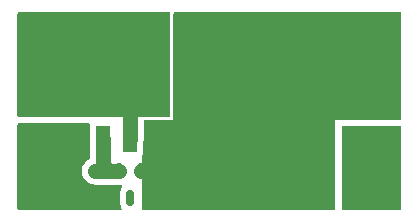
<source format=gtl>
G04 #@! TF.GenerationSoftware,KiCad,Pcbnew,(6.0.10)*
G04 #@! TF.CreationDate,2023-03-12T23:34:18-05:00*
G04 #@! TF.ProjectId,ReverseVoltageProtection_Breakout,52657665-7273-4655-966f-6c7461676550,rev?*
G04 #@! TF.SameCoordinates,Original*
G04 #@! TF.FileFunction,Copper,L1,Top*
G04 #@! TF.FilePolarity,Positive*
%FSLAX46Y46*%
G04 Gerber Fmt 4.6, Leading zero omitted, Abs format (unit mm)*
G04 Created by KiCad (PCBNEW (6.0.10)) date 2023-03-12 23:34:18*
%MOMM*%
%LPD*%
G01*
G04 APERTURE LIST*
G04 Aperture macros list*
%AMRoundRect*
0 Rectangle with rounded corners*
0 $1 Rounding radius*
0 $2 $3 $4 $5 $6 $7 $8 $9 X,Y pos of 4 corners*
0 Add a 4 corners polygon primitive as box body*
4,1,4,$2,$3,$4,$5,$6,$7,$8,$9,$2,$3,0*
0 Add four circle primitives for the rounded corners*
1,1,$1+$1,$2,$3*
1,1,$1+$1,$4,$5*
1,1,$1+$1,$6,$7*
1,1,$1+$1,$8,$9*
0 Add four rect primitives between the rounded corners*
20,1,$1+$1,$2,$3,$4,$5,0*
20,1,$1+$1,$4,$5,$6,$7,0*
20,1,$1+$1,$6,$7,$8,$9,0*
20,1,$1+$1,$8,$9,$2,$3,0*%
G04 Aperture macros list end*
G04 #@! TA.AperFunction,ComponentPad*
%ADD10O,3.000000X5.100000*%
G04 #@! TD*
G04 #@! TA.AperFunction,SMDPad,CuDef*
%ADD11RoundRect,0.237500X-0.237500X0.250000X-0.237500X-0.250000X0.237500X-0.250000X0.237500X0.250000X0*%
G04 #@! TD*
G04 #@! TA.AperFunction,SMDPad,CuDef*
%ADD12R,1.200000X2.200000*%
G04 #@! TD*
G04 #@! TA.AperFunction,SMDPad,CuDef*
%ADD13R,5.800000X6.400000*%
G04 #@! TD*
G04 #@! TA.AperFunction,SMDPad,CuDef*
%ADD14RoundRect,0.150000X-0.150000X0.512500X-0.150000X-0.512500X0.150000X-0.512500X0.150000X0.512500X0*%
G04 #@! TD*
G04 #@! TA.AperFunction,Conductor*
%ADD15C,1.270000*%
G04 #@! TD*
G04 APERTURE END LIST*
D10*
X114554000Y-117560000D03*
X114554000Y-109686000D03*
D11*
X91440000Y-118618000D03*
X91440000Y-120443000D03*
D12*
X96646500Y-115926000D03*
D13*
X94366500Y-109626000D03*
D12*
X94366500Y-115926000D03*
X92086500Y-115926000D03*
D14*
X95316500Y-118623500D03*
X93416500Y-118623500D03*
X94366500Y-120898500D03*
D10*
X87503000Y-117560000D03*
X87503000Y-109686000D03*
D15*
X92583000Y-118618000D02*
X92588500Y-118623500D01*
X91440000Y-118618000D02*
X92583000Y-118618000D01*
X92588500Y-118623500D02*
X93416500Y-118623500D01*
X92086500Y-118121500D02*
X92588500Y-118623500D01*
X92086500Y-115926000D02*
X92086500Y-118121500D01*
X96006500Y-118623500D02*
X95316500Y-118623500D01*
X96646500Y-117983500D02*
X96006500Y-118623500D01*
X96646500Y-115926000D02*
X96646500Y-117983500D01*
X94366500Y-115926000D02*
X94366500Y-109626000D01*
G04 #@! TA.AperFunction,Conductor*
G36*
X117289621Y-114833502D02*
G01*
X117336114Y-114887158D01*
X117347500Y-114939500D01*
X117347500Y-121793500D01*
X117327498Y-121861621D01*
X117273842Y-121908114D01*
X117221500Y-121919500D01*
X112399500Y-121919500D01*
X112331379Y-121899498D01*
X112284886Y-121845842D01*
X112273500Y-121793500D01*
X112273500Y-114939500D01*
X112293502Y-114871379D01*
X112347158Y-114824886D01*
X112399500Y-114813500D01*
X117221500Y-114813500D01*
X117289621Y-114833502D01*
G37*
G04 #@! TD.AperFunction*
G04 #@! TA.AperFunction,Conductor*
G36*
X90931554Y-114579502D02*
G01*
X90978047Y-114633158D01*
X90988151Y-114703432D01*
X90986915Y-114709921D01*
X90984755Y-114715684D01*
X90978000Y-114777866D01*
X90978000Y-115620447D01*
X90972332Y-115657811D01*
X90963196Y-115687234D01*
X90943000Y-115857874D01*
X90943000Y-117509665D01*
X90922998Y-117577786D01*
X90872730Y-117622670D01*
X90839963Y-117638829D01*
X90835337Y-117642283D01*
X90835336Y-117642284D01*
X90676195Y-117761120D01*
X90671571Y-117764573D01*
X90667657Y-117768807D01*
X90667655Y-117768809D01*
X90545691Y-117900750D01*
X90528914Y-117918899D01*
X90416769Y-118096638D01*
X90338892Y-118291837D01*
X90337767Y-118297494D01*
X90337765Y-118297500D01*
X90299019Y-118492293D01*
X90297892Y-118497960D01*
X90295141Y-118708102D01*
X90330732Y-118915228D01*
X90403472Y-119112399D01*
X90510926Y-119293012D01*
X90649494Y-119451019D01*
X90654024Y-119454590D01*
X90797093Y-119567376D01*
X90814537Y-119581128D01*
X90819653Y-119583819D01*
X90819655Y-119583821D01*
X90965309Y-119660453D01*
X91000527Y-119678982D01*
X91201234Y-119741304D01*
X91206969Y-119741983D01*
X91206970Y-119741983D01*
X91233687Y-119745145D01*
X91371874Y-119761500D01*
X92458445Y-119761500D01*
X92476524Y-119762804D01*
X92528397Y-119770325D01*
X92610554Y-119767097D01*
X92615501Y-119767000D01*
X93060194Y-119767000D01*
X93095344Y-119772003D01*
X93162669Y-119791562D01*
X93169079Y-119792067D01*
X93169082Y-119792067D01*
X93197542Y-119794307D01*
X93197550Y-119794307D01*
X93199998Y-119794500D01*
X93580373Y-119794500D01*
X93648494Y-119814502D01*
X93694987Y-119868158D01*
X93705091Y-119938432D01*
X93688828Y-119984636D01*
X93607355Y-120122399D01*
X93560938Y-120282169D01*
X93558000Y-120319498D01*
X93558000Y-121477502D01*
X93560938Y-121514831D01*
X93607355Y-121674601D01*
X93611392Y-121681427D01*
X93639740Y-121729361D01*
X93657200Y-121798177D01*
X93634683Y-121865508D01*
X93579339Y-121909978D01*
X93531287Y-121919500D01*
X84962500Y-121919500D01*
X84894379Y-121899498D01*
X84847886Y-121845842D01*
X84836500Y-121793500D01*
X84836500Y-114685500D01*
X84856502Y-114617379D01*
X84910158Y-114570886D01*
X84962500Y-114559500D01*
X90863433Y-114559500D01*
X90931554Y-114579502D01*
G37*
G04 #@! TD.AperFunction*
G04 #@! TA.AperFunction,Conductor*
G36*
X97732121Y-105176502D02*
G01*
X97778614Y-105230158D01*
X97790000Y-105282500D01*
X97790000Y-113920000D01*
X97769998Y-113988121D01*
X97716342Y-114034614D01*
X97664000Y-114046000D01*
X84962500Y-114046000D01*
X84894379Y-114025998D01*
X84847886Y-113972342D01*
X84836500Y-113920000D01*
X84836500Y-105282500D01*
X84856502Y-105214379D01*
X84910158Y-105167886D01*
X84962500Y-105156500D01*
X97664000Y-105156500D01*
X97732121Y-105176502D01*
G37*
G04 #@! TD.AperFunction*
G04 #@! TA.AperFunction,Conductor*
G36*
X117289621Y-105176502D02*
G01*
X117336114Y-105230158D01*
X117347500Y-105282500D01*
X117347500Y-114174000D01*
X117327498Y-114242121D01*
X117273842Y-114288614D01*
X117221500Y-114300000D01*
X111760000Y-114300000D01*
X111760000Y-121793500D01*
X111739998Y-121861621D01*
X111686342Y-121908114D01*
X111634000Y-121919500D01*
X95503000Y-121919500D01*
X95434879Y-121899498D01*
X95388386Y-121845842D01*
X95377000Y-121793500D01*
X95377000Y-117368206D01*
X95397002Y-117300085D01*
X95402173Y-117292642D01*
X95411730Y-117279891D01*
X95411732Y-117279888D01*
X95417115Y-117272705D01*
X95468245Y-117136316D01*
X95475000Y-117074134D01*
X95475000Y-116231553D01*
X95480668Y-116194188D01*
X95488090Y-116170285D01*
X95489804Y-116164766D01*
X95510000Y-115994126D01*
X95510000Y-114426000D01*
X95530002Y-114357879D01*
X95583658Y-114311386D01*
X95636000Y-114300000D01*
X98044000Y-114300000D01*
X98044000Y-105282500D01*
X98064002Y-105214379D01*
X98117658Y-105167886D01*
X98170000Y-105156500D01*
X117221500Y-105156500D01*
X117289621Y-105176502D01*
G37*
G04 #@! TD.AperFunction*
M02*

</source>
